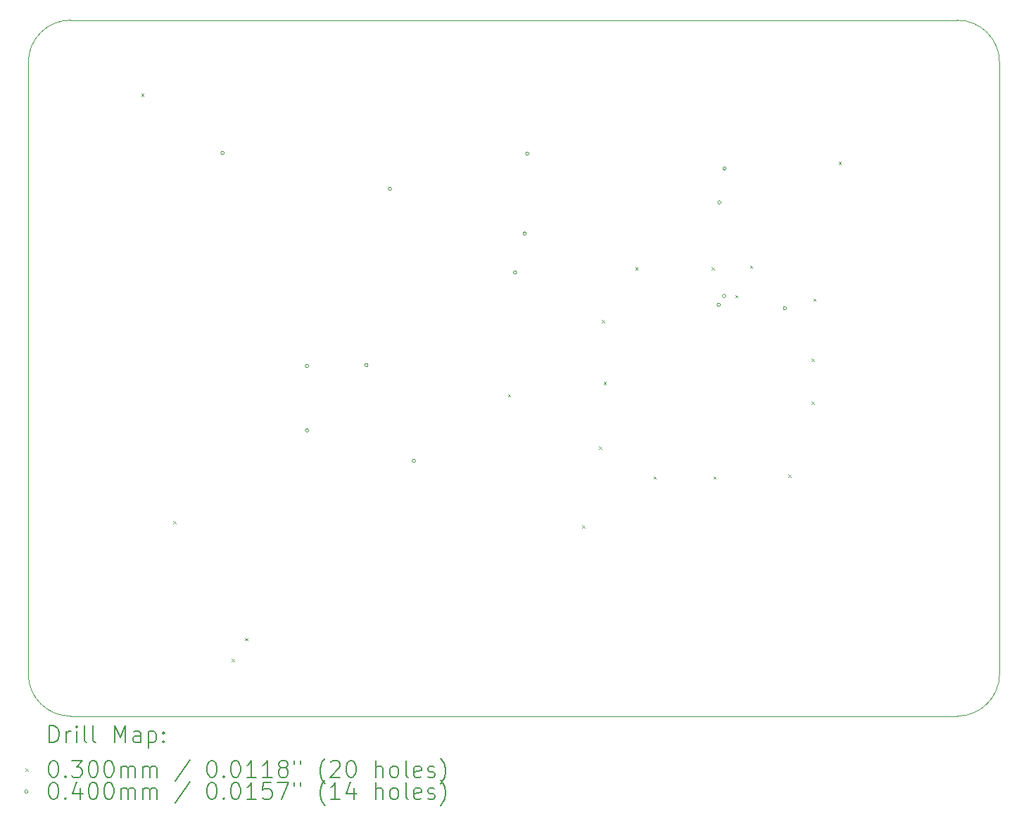
<source format=gbr>
%TF.GenerationSoftware,KiCad,Pcbnew,7.0.7*%
%TF.CreationDate,2024-06-01T18:58:20-04:00*%
%TF.ProjectId,Payload,5061796c-6f61-4642-9e6b-696361645f70,rev?*%
%TF.SameCoordinates,Original*%
%TF.FileFunction,Drillmap*%
%TF.FilePolarity,Positive*%
%FSLAX45Y45*%
G04 Gerber Fmt 4.5, Leading zero omitted, Abs format (unit mm)*
G04 Created by KiCad (PCBNEW 7.0.7) date 2024-06-01 18:58:20*
%MOMM*%
%LPD*%
G01*
G04 APERTURE LIST*
%ADD10C,0.100000*%
%ADD11C,0.200000*%
%ADD12C,0.030000*%
%ADD13C,0.040000*%
G04 APERTURE END LIST*
D10*
X6350000Y-3810000D02*
X17018000Y-3810000D01*
X5842000Y-11684000D02*
X5842000Y-4318000D01*
X17018000Y-12192000D02*
X6350000Y-12192000D01*
X17526000Y-4318000D02*
X17526000Y-11684000D01*
X6350000Y-3810000D02*
G75*
G03*
X5842000Y-4318000I0J-508000D01*
G01*
X5842000Y-11684000D02*
G75*
G03*
X6350000Y-12192000I508000J0D01*
G01*
X17018000Y-12192000D02*
G75*
G03*
X17526000Y-11684000I0J508000D01*
G01*
X17526000Y-4318000D02*
G75*
G03*
X17018000Y-3810000I-508000J0D01*
G01*
D11*
D12*
X7201140Y-4694160D02*
X7231140Y-4724160D01*
X7231140Y-4694160D02*
X7201140Y-4724160D01*
X7585000Y-9845000D02*
X7615000Y-9875000D01*
X7615000Y-9845000D02*
X7585000Y-9875000D01*
X8288260Y-11501360D02*
X8318260Y-11531360D01*
X8318260Y-11501360D02*
X8288260Y-11531360D01*
X8452090Y-11253710D02*
X8482090Y-11283710D01*
X8482090Y-11253710D02*
X8452090Y-11283710D01*
X11613120Y-8314295D02*
X11643120Y-8344295D01*
X11643120Y-8314295D02*
X11613120Y-8344295D01*
X12507200Y-9893540D02*
X12537200Y-9923540D01*
X12537200Y-9893540D02*
X12507200Y-9923540D01*
X12707860Y-8943580D02*
X12737860Y-8973580D01*
X12737860Y-8943580D02*
X12707860Y-8973580D01*
X12740880Y-7422120D02*
X12770880Y-7452120D01*
X12770880Y-7422120D02*
X12740880Y-7452120D01*
X12765000Y-8165000D02*
X12795000Y-8195000D01*
X12795000Y-8165000D02*
X12765000Y-8195000D01*
X13145000Y-6785000D02*
X13175000Y-6815000D01*
X13175000Y-6785000D02*
X13145000Y-6815000D01*
X13365000Y-9305000D02*
X13395000Y-9335000D01*
X13395000Y-9305000D02*
X13365000Y-9335000D01*
X14063550Y-6786450D02*
X14093550Y-6816450D01*
X14093550Y-6786450D02*
X14063550Y-6816450D01*
X14085000Y-9305000D02*
X14115000Y-9335000D01*
X14115000Y-9305000D02*
X14085000Y-9335000D01*
X14346160Y-7119860D02*
X14376160Y-7149860D01*
X14376160Y-7119860D02*
X14346160Y-7149860D01*
X14525000Y-6765000D02*
X14555000Y-6795000D01*
X14555000Y-6765000D02*
X14525000Y-6795000D01*
X14985000Y-9285000D02*
X15015000Y-9315000D01*
X15015000Y-9285000D02*
X14985000Y-9315000D01*
X15265000Y-7885000D02*
X15295000Y-7915000D01*
X15295000Y-7885000D02*
X15265000Y-7915000D01*
X15265000Y-8405000D02*
X15295000Y-8435000D01*
X15295000Y-8405000D02*
X15265000Y-8435000D01*
X15285000Y-7165000D02*
X15315000Y-7195000D01*
X15315000Y-7165000D02*
X15285000Y-7195000D01*
X15593300Y-5514580D02*
X15623300Y-5544580D01*
X15623300Y-5514580D02*
X15593300Y-5544580D01*
D13*
X8198800Y-5410200D02*
G75*
G03*
X8198800Y-5410200I-20000J0D01*
G01*
X9214800Y-7975600D02*
G75*
G03*
X9214800Y-7975600I-20000J0D01*
G01*
X9214800Y-8750300D02*
G75*
G03*
X9214800Y-8750300I-20000J0D01*
G01*
X9928540Y-7965440D02*
G75*
G03*
X9928540Y-7965440I-20000J0D01*
G01*
X10213020Y-5842000D02*
G75*
G03*
X10213020Y-5842000I-20000J0D01*
G01*
X10500040Y-9118600D02*
G75*
G03*
X10500040Y-9118600I-20000J0D01*
G01*
X11716700Y-6847840D02*
G75*
G03*
X11716700Y-6847840I-20000J0D01*
G01*
X11833540Y-6380480D02*
G75*
G03*
X11833540Y-6380480I-20000J0D01*
G01*
X11864020Y-5417820D02*
G75*
G03*
X11864020Y-5417820I-20000J0D01*
G01*
X14167800Y-7236460D02*
G75*
G03*
X14167800Y-7236460I-20000J0D01*
G01*
X14175420Y-6004560D02*
G75*
G03*
X14175420Y-6004560I-20000J0D01*
G01*
X14233840Y-7132320D02*
G75*
G03*
X14233840Y-7132320I-20000J0D01*
G01*
X14236380Y-5598160D02*
G75*
G03*
X14236380Y-5598160I-20000J0D01*
G01*
X14965360Y-7279640D02*
G75*
G03*
X14965360Y-7279640I-20000J0D01*
G01*
D11*
X6097777Y-12508484D02*
X6097777Y-12308484D01*
X6097777Y-12308484D02*
X6145396Y-12308484D01*
X6145396Y-12308484D02*
X6173967Y-12318008D01*
X6173967Y-12318008D02*
X6193015Y-12337055D01*
X6193015Y-12337055D02*
X6202539Y-12356103D01*
X6202539Y-12356103D02*
X6212062Y-12394198D01*
X6212062Y-12394198D02*
X6212062Y-12422769D01*
X6212062Y-12422769D02*
X6202539Y-12460865D01*
X6202539Y-12460865D02*
X6193015Y-12479912D01*
X6193015Y-12479912D02*
X6173967Y-12498960D01*
X6173967Y-12498960D02*
X6145396Y-12508484D01*
X6145396Y-12508484D02*
X6097777Y-12508484D01*
X6297777Y-12508484D02*
X6297777Y-12375150D01*
X6297777Y-12413246D02*
X6307301Y-12394198D01*
X6307301Y-12394198D02*
X6316824Y-12384674D01*
X6316824Y-12384674D02*
X6335872Y-12375150D01*
X6335872Y-12375150D02*
X6354920Y-12375150D01*
X6421586Y-12508484D02*
X6421586Y-12375150D01*
X6421586Y-12308484D02*
X6412062Y-12318008D01*
X6412062Y-12318008D02*
X6421586Y-12327531D01*
X6421586Y-12327531D02*
X6431110Y-12318008D01*
X6431110Y-12318008D02*
X6421586Y-12308484D01*
X6421586Y-12308484D02*
X6421586Y-12327531D01*
X6545396Y-12508484D02*
X6526348Y-12498960D01*
X6526348Y-12498960D02*
X6516824Y-12479912D01*
X6516824Y-12479912D02*
X6516824Y-12308484D01*
X6650158Y-12508484D02*
X6631110Y-12498960D01*
X6631110Y-12498960D02*
X6621586Y-12479912D01*
X6621586Y-12479912D02*
X6621586Y-12308484D01*
X6878729Y-12508484D02*
X6878729Y-12308484D01*
X6878729Y-12308484D02*
X6945396Y-12451341D01*
X6945396Y-12451341D02*
X7012062Y-12308484D01*
X7012062Y-12308484D02*
X7012062Y-12508484D01*
X7193015Y-12508484D02*
X7193015Y-12403722D01*
X7193015Y-12403722D02*
X7183491Y-12384674D01*
X7183491Y-12384674D02*
X7164443Y-12375150D01*
X7164443Y-12375150D02*
X7126348Y-12375150D01*
X7126348Y-12375150D02*
X7107301Y-12384674D01*
X7193015Y-12498960D02*
X7173967Y-12508484D01*
X7173967Y-12508484D02*
X7126348Y-12508484D01*
X7126348Y-12508484D02*
X7107301Y-12498960D01*
X7107301Y-12498960D02*
X7097777Y-12479912D01*
X7097777Y-12479912D02*
X7097777Y-12460865D01*
X7097777Y-12460865D02*
X7107301Y-12441817D01*
X7107301Y-12441817D02*
X7126348Y-12432293D01*
X7126348Y-12432293D02*
X7173967Y-12432293D01*
X7173967Y-12432293D02*
X7193015Y-12422769D01*
X7288253Y-12375150D02*
X7288253Y-12575150D01*
X7288253Y-12384674D02*
X7307301Y-12375150D01*
X7307301Y-12375150D02*
X7345396Y-12375150D01*
X7345396Y-12375150D02*
X7364443Y-12384674D01*
X7364443Y-12384674D02*
X7373967Y-12394198D01*
X7373967Y-12394198D02*
X7383491Y-12413246D01*
X7383491Y-12413246D02*
X7383491Y-12470388D01*
X7383491Y-12470388D02*
X7373967Y-12489436D01*
X7373967Y-12489436D02*
X7364443Y-12498960D01*
X7364443Y-12498960D02*
X7345396Y-12508484D01*
X7345396Y-12508484D02*
X7307301Y-12508484D01*
X7307301Y-12508484D02*
X7288253Y-12498960D01*
X7469205Y-12489436D02*
X7478729Y-12498960D01*
X7478729Y-12498960D02*
X7469205Y-12508484D01*
X7469205Y-12508484D02*
X7459682Y-12498960D01*
X7459682Y-12498960D02*
X7469205Y-12489436D01*
X7469205Y-12489436D02*
X7469205Y-12508484D01*
X7469205Y-12384674D02*
X7478729Y-12394198D01*
X7478729Y-12394198D02*
X7469205Y-12403722D01*
X7469205Y-12403722D02*
X7459682Y-12394198D01*
X7459682Y-12394198D02*
X7469205Y-12384674D01*
X7469205Y-12384674D02*
X7469205Y-12403722D01*
D12*
X5807000Y-12822000D02*
X5837000Y-12852000D01*
X5837000Y-12822000D02*
X5807000Y-12852000D01*
D11*
X6135872Y-12728484D02*
X6154920Y-12728484D01*
X6154920Y-12728484D02*
X6173967Y-12738008D01*
X6173967Y-12738008D02*
X6183491Y-12747531D01*
X6183491Y-12747531D02*
X6193015Y-12766579D01*
X6193015Y-12766579D02*
X6202539Y-12804674D01*
X6202539Y-12804674D02*
X6202539Y-12852293D01*
X6202539Y-12852293D02*
X6193015Y-12890388D01*
X6193015Y-12890388D02*
X6183491Y-12909436D01*
X6183491Y-12909436D02*
X6173967Y-12918960D01*
X6173967Y-12918960D02*
X6154920Y-12928484D01*
X6154920Y-12928484D02*
X6135872Y-12928484D01*
X6135872Y-12928484D02*
X6116824Y-12918960D01*
X6116824Y-12918960D02*
X6107301Y-12909436D01*
X6107301Y-12909436D02*
X6097777Y-12890388D01*
X6097777Y-12890388D02*
X6088253Y-12852293D01*
X6088253Y-12852293D02*
X6088253Y-12804674D01*
X6088253Y-12804674D02*
X6097777Y-12766579D01*
X6097777Y-12766579D02*
X6107301Y-12747531D01*
X6107301Y-12747531D02*
X6116824Y-12738008D01*
X6116824Y-12738008D02*
X6135872Y-12728484D01*
X6288253Y-12909436D02*
X6297777Y-12918960D01*
X6297777Y-12918960D02*
X6288253Y-12928484D01*
X6288253Y-12928484D02*
X6278729Y-12918960D01*
X6278729Y-12918960D02*
X6288253Y-12909436D01*
X6288253Y-12909436D02*
X6288253Y-12928484D01*
X6364443Y-12728484D02*
X6488253Y-12728484D01*
X6488253Y-12728484D02*
X6421586Y-12804674D01*
X6421586Y-12804674D02*
X6450158Y-12804674D01*
X6450158Y-12804674D02*
X6469205Y-12814198D01*
X6469205Y-12814198D02*
X6478729Y-12823722D01*
X6478729Y-12823722D02*
X6488253Y-12842769D01*
X6488253Y-12842769D02*
X6488253Y-12890388D01*
X6488253Y-12890388D02*
X6478729Y-12909436D01*
X6478729Y-12909436D02*
X6469205Y-12918960D01*
X6469205Y-12918960D02*
X6450158Y-12928484D01*
X6450158Y-12928484D02*
X6393015Y-12928484D01*
X6393015Y-12928484D02*
X6373967Y-12918960D01*
X6373967Y-12918960D02*
X6364443Y-12909436D01*
X6612062Y-12728484D02*
X6631110Y-12728484D01*
X6631110Y-12728484D02*
X6650158Y-12738008D01*
X6650158Y-12738008D02*
X6659682Y-12747531D01*
X6659682Y-12747531D02*
X6669205Y-12766579D01*
X6669205Y-12766579D02*
X6678729Y-12804674D01*
X6678729Y-12804674D02*
X6678729Y-12852293D01*
X6678729Y-12852293D02*
X6669205Y-12890388D01*
X6669205Y-12890388D02*
X6659682Y-12909436D01*
X6659682Y-12909436D02*
X6650158Y-12918960D01*
X6650158Y-12918960D02*
X6631110Y-12928484D01*
X6631110Y-12928484D02*
X6612062Y-12928484D01*
X6612062Y-12928484D02*
X6593015Y-12918960D01*
X6593015Y-12918960D02*
X6583491Y-12909436D01*
X6583491Y-12909436D02*
X6573967Y-12890388D01*
X6573967Y-12890388D02*
X6564443Y-12852293D01*
X6564443Y-12852293D02*
X6564443Y-12804674D01*
X6564443Y-12804674D02*
X6573967Y-12766579D01*
X6573967Y-12766579D02*
X6583491Y-12747531D01*
X6583491Y-12747531D02*
X6593015Y-12738008D01*
X6593015Y-12738008D02*
X6612062Y-12728484D01*
X6802539Y-12728484D02*
X6821586Y-12728484D01*
X6821586Y-12728484D02*
X6840634Y-12738008D01*
X6840634Y-12738008D02*
X6850158Y-12747531D01*
X6850158Y-12747531D02*
X6859682Y-12766579D01*
X6859682Y-12766579D02*
X6869205Y-12804674D01*
X6869205Y-12804674D02*
X6869205Y-12852293D01*
X6869205Y-12852293D02*
X6859682Y-12890388D01*
X6859682Y-12890388D02*
X6850158Y-12909436D01*
X6850158Y-12909436D02*
X6840634Y-12918960D01*
X6840634Y-12918960D02*
X6821586Y-12928484D01*
X6821586Y-12928484D02*
X6802539Y-12928484D01*
X6802539Y-12928484D02*
X6783491Y-12918960D01*
X6783491Y-12918960D02*
X6773967Y-12909436D01*
X6773967Y-12909436D02*
X6764443Y-12890388D01*
X6764443Y-12890388D02*
X6754920Y-12852293D01*
X6754920Y-12852293D02*
X6754920Y-12804674D01*
X6754920Y-12804674D02*
X6764443Y-12766579D01*
X6764443Y-12766579D02*
X6773967Y-12747531D01*
X6773967Y-12747531D02*
X6783491Y-12738008D01*
X6783491Y-12738008D02*
X6802539Y-12728484D01*
X6954920Y-12928484D02*
X6954920Y-12795150D01*
X6954920Y-12814198D02*
X6964443Y-12804674D01*
X6964443Y-12804674D02*
X6983491Y-12795150D01*
X6983491Y-12795150D02*
X7012063Y-12795150D01*
X7012063Y-12795150D02*
X7031110Y-12804674D01*
X7031110Y-12804674D02*
X7040634Y-12823722D01*
X7040634Y-12823722D02*
X7040634Y-12928484D01*
X7040634Y-12823722D02*
X7050158Y-12804674D01*
X7050158Y-12804674D02*
X7069205Y-12795150D01*
X7069205Y-12795150D02*
X7097777Y-12795150D01*
X7097777Y-12795150D02*
X7116824Y-12804674D01*
X7116824Y-12804674D02*
X7126348Y-12823722D01*
X7126348Y-12823722D02*
X7126348Y-12928484D01*
X7221586Y-12928484D02*
X7221586Y-12795150D01*
X7221586Y-12814198D02*
X7231110Y-12804674D01*
X7231110Y-12804674D02*
X7250158Y-12795150D01*
X7250158Y-12795150D02*
X7278729Y-12795150D01*
X7278729Y-12795150D02*
X7297777Y-12804674D01*
X7297777Y-12804674D02*
X7307301Y-12823722D01*
X7307301Y-12823722D02*
X7307301Y-12928484D01*
X7307301Y-12823722D02*
X7316824Y-12804674D01*
X7316824Y-12804674D02*
X7335872Y-12795150D01*
X7335872Y-12795150D02*
X7364443Y-12795150D01*
X7364443Y-12795150D02*
X7383491Y-12804674D01*
X7383491Y-12804674D02*
X7393015Y-12823722D01*
X7393015Y-12823722D02*
X7393015Y-12928484D01*
X7783491Y-12718960D02*
X7612063Y-12976103D01*
X8040634Y-12728484D02*
X8059682Y-12728484D01*
X8059682Y-12728484D02*
X8078729Y-12738008D01*
X8078729Y-12738008D02*
X8088253Y-12747531D01*
X8088253Y-12747531D02*
X8097777Y-12766579D01*
X8097777Y-12766579D02*
X8107301Y-12804674D01*
X8107301Y-12804674D02*
X8107301Y-12852293D01*
X8107301Y-12852293D02*
X8097777Y-12890388D01*
X8097777Y-12890388D02*
X8088253Y-12909436D01*
X8088253Y-12909436D02*
X8078729Y-12918960D01*
X8078729Y-12918960D02*
X8059682Y-12928484D01*
X8059682Y-12928484D02*
X8040634Y-12928484D01*
X8040634Y-12928484D02*
X8021586Y-12918960D01*
X8021586Y-12918960D02*
X8012063Y-12909436D01*
X8012063Y-12909436D02*
X8002539Y-12890388D01*
X8002539Y-12890388D02*
X7993015Y-12852293D01*
X7993015Y-12852293D02*
X7993015Y-12804674D01*
X7993015Y-12804674D02*
X8002539Y-12766579D01*
X8002539Y-12766579D02*
X8012063Y-12747531D01*
X8012063Y-12747531D02*
X8021586Y-12738008D01*
X8021586Y-12738008D02*
X8040634Y-12728484D01*
X8193015Y-12909436D02*
X8202539Y-12918960D01*
X8202539Y-12918960D02*
X8193015Y-12928484D01*
X8193015Y-12928484D02*
X8183491Y-12918960D01*
X8183491Y-12918960D02*
X8193015Y-12909436D01*
X8193015Y-12909436D02*
X8193015Y-12928484D01*
X8326348Y-12728484D02*
X8345396Y-12728484D01*
X8345396Y-12728484D02*
X8364444Y-12738008D01*
X8364444Y-12738008D02*
X8373967Y-12747531D01*
X8373967Y-12747531D02*
X8383491Y-12766579D01*
X8383491Y-12766579D02*
X8393015Y-12804674D01*
X8393015Y-12804674D02*
X8393015Y-12852293D01*
X8393015Y-12852293D02*
X8383491Y-12890388D01*
X8383491Y-12890388D02*
X8373967Y-12909436D01*
X8373967Y-12909436D02*
X8364444Y-12918960D01*
X8364444Y-12918960D02*
X8345396Y-12928484D01*
X8345396Y-12928484D02*
X8326348Y-12928484D01*
X8326348Y-12928484D02*
X8307301Y-12918960D01*
X8307301Y-12918960D02*
X8297777Y-12909436D01*
X8297777Y-12909436D02*
X8288253Y-12890388D01*
X8288253Y-12890388D02*
X8278729Y-12852293D01*
X8278729Y-12852293D02*
X8278729Y-12804674D01*
X8278729Y-12804674D02*
X8288253Y-12766579D01*
X8288253Y-12766579D02*
X8297777Y-12747531D01*
X8297777Y-12747531D02*
X8307301Y-12738008D01*
X8307301Y-12738008D02*
X8326348Y-12728484D01*
X8583491Y-12928484D02*
X8469206Y-12928484D01*
X8526348Y-12928484D02*
X8526348Y-12728484D01*
X8526348Y-12728484D02*
X8507301Y-12757055D01*
X8507301Y-12757055D02*
X8488253Y-12776103D01*
X8488253Y-12776103D02*
X8469206Y-12785627D01*
X8773968Y-12928484D02*
X8659682Y-12928484D01*
X8716825Y-12928484D02*
X8716825Y-12728484D01*
X8716825Y-12728484D02*
X8697777Y-12757055D01*
X8697777Y-12757055D02*
X8678729Y-12776103D01*
X8678729Y-12776103D02*
X8659682Y-12785627D01*
X8888253Y-12814198D02*
X8869206Y-12804674D01*
X8869206Y-12804674D02*
X8859682Y-12795150D01*
X8859682Y-12795150D02*
X8850158Y-12776103D01*
X8850158Y-12776103D02*
X8850158Y-12766579D01*
X8850158Y-12766579D02*
X8859682Y-12747531D01*
X8859682Y-12747531D02*
X8869206Y-12738008D01*
X8869206Y-12738008D02*
X8888253Y-12728484D01*
X8888253Y-12728484D02*
X8926349Y-12728484D01*
X8926349Y-12728484D02*
X8945396Y-12738008D01*
X8945396Y-12738008D02*
X8954920Y-12747531D01*
X8954920Y-12747531D02*
X8964444Y-12766579D01*
X8964444Y-12766579D02*
X8964444Y-12776103D01*
X8964444Y-12776103D02*
X8954920Y-12795150D01*
X8954920Y-12795150D02*
X8945396Y-12804674D01*
X8945396Y-12804674D02*
X8926349Y-12814198D01*
X8926349Y-12814198D02*
X8888253Y-12814198D01*
X8888253Y-12814198D02*
X8869206Y-12823722D01*
X8869206Y-12823722D02*
X8859682Y-12833246D01*
X8859682Y-12833246D02*
X8850158Y-12852293D01*
X8850158Y-12852293D02*
X8850158Y-12890388D01*
X8850158Y-12890388D02*
X8859682Y-12909436D01*
X8859682Y-12909436D02*
X8869206Y-12918960D01*
X8869206Y-12918960D02*
X8888253Y-12928484D01*
X8888253Y-12928484D02*
X8926349Y-12928484D01*
X8926349Y-12928484D02*
X8945396Y-12918960D01*
X8945396Y-12918960D02*
X8954920Y-12909436D01*
X8954920Y-12909436D02*
X8964444Y-12890388D01*
X8964444Y-12890388D02*
X8964444Y-12852293D01*
X8964444Y-12852293D02*
X8954920Y-12833246D01*
X8954920Y-12833246D02*
X8945396Y-12823722D01*
X8945396Y-12823722D02*
X8926349Y-12814198D01*
X9040634Y-12728484D02*
X9040634Y-12766579D01*
X9116825Y-12728484D02*
X9116825Y-12766579D01*
X9412063Y-13004674D02*
X9402539Y-12995150D01*
X9402539Y-12995150D02*
X9383491Y-12966579D01*
X9383491Y-12966579D02*
X9373968Y-12947531D01*
X9373968Y-12947531D02*
X9364444Y-12918960D01*
X9364444Y-12918960D02*
X9354920Y-12871341D01*
X9354920Y-12871341D02*
X9354920Y-12833246D01*
X9354920Y-12833246D02*
X9364444Y-12785627D01*
X9364444Y-12785627D02*
X9373968Y-12757055D01*
X9373968Y-12757055D02*
X9383491Y-12738008D01*
X9383491Y-12738008D02*
X9402539Y-12709436D01*
X9402539Y-12709436D02*
X9412063Y-12699912D01*
X9478730Y-12747531D02*
X9488253Y-12738008D01*
X9488253Y-12738008D02*
X9507301Y-12728484D01*
X9507301Y-12728484D02*
X9554920Y-12728484D01*
X9554920Y-12728484D02*
X9573968Y-12738008D01*
X9573968Y-12738008D02*
X9583491Y-12747531D01*
X9583491Y-12747531D02*
X9593015Y-12766579D01*
X9593015Y-12766579D02*
X9593015Y-12785627D01*
X9593015Y-12785627D02*
X9583491Y-12814198D01*
X9583491Y-12814198D02*
X9469206Y-12928484D01*
X9469206Y-12928484D02*
X9593015Y-12928484D01*
X9716825Y-12728484D02*
X9735872Y-12728484D01*
X9735872Y-12728484D02*
X9754920Y-12738008D01*
X9754920Y-12738008D02*
X9764444Y-12747531D01*
X9764444Y-12747531D02*
X9773968Y-12766579D01*
X9773968Y-12766579D02*
X9783491Y-12804674D01*
X9783491Y-12804674D02*
X9783491Y-12852293D01*
X9783491Y-12852293D02*
X9773968Y-12890388D01*
X9773968Y-12890388D02*
X9764444Y-12909436D01*
X9764444Y-12909436D02*
X9754920Y-12918960D01*
X9754920Y-12918960D02*
X9735872Y-12928484D01*
X9735872Y-12928484D02*
X9716825Y-12928484D01*
X9716825Y-12928484D02*
X9697777Y-12918960D01*
X9697777Y-12918960D02*
X9688253Y-12909436D01*
X9688253Y-12909436D02*
X9678730Y-12890388D01*
X9678730Y-12890388D02*
X9669206Y-12852293D01*
X9669206Y-12852293D02*
X9669206Y-12804674D01*
X9669206Y-12804674D02*
X9678730Y-12766579D01*
X9678730Y-12766579D02*
X9688253Y-12747531D01*
X9688253Y-12747531D02*
X9697777Y-12738008D01*
X9697777Y-12738008D02*
X9716825Y-12728484D01*
X10021587Y-12928484D02*
X10021587Y-12728484D01*
X10107301Y-12928484D02*
X10107301Y-12823722D01*
X10107301Y-12823722D02*
X10097777Y-12804674D01*
X10097777Y-12804674D02*
X10078730Y-12795150D01*
X10078730Y-12795150D02*
X10050158Y-12795150D01*
X10050158Y-12795150D02*
X10031111Y-12804674D01*
X10031111Y-12804674D02*
X10021587Y-12814198D01*
X10231111Y-12928484D02*
X10212063Y-12918960D01*
X10212063Y-12918960D02*
X10202539Y-12909436D01*
X10202539Y-12909436D02*
X10193015Y-12890388D01*
X10193015Y-12890388D02*
X10193015Y-12833246D01*
X10193015Y-12833246D02*
X10202539Y-12814198D01*
X10202539Y-12814198D02*
X10212063Y-12804674D01*
X10212063Y-12804674D02*
X10231111Y-12795150D01*
X10231111Y-12795150D02*
X10259682Y-12795150D01*
X10259682Y-12795150D02*
X10278730Y-12804674D01*
X10278730Y-12804674D02*
X10288253Y-12814198D01*
X10288253Y-12814198D02*
X10297777Y-12833246D01*
X10297777Y-12833246D02*
X10297777Y-12890388D01*
X10297777Y-12890388D02*
X10288253Y-12909436D01*
X10288253Y-12909436D02*
X10278730Y-12918960D01*
X10278730Y-12918960D02*
X10259682Y-12928484D01*
X10259682Y-12928484D02*
X10231111Y-12928484D01*
X10412063Y-12928484D02*
X10393015Y-12918960D01*
X10393015Y-12918960D02*
X10383492Y-12899912D01*
X10383492Y-12899912D02*
X10383492Y-12728484D01*
X10564444Y-12918960D02*
X10545396Y-12928484D01*
X10545396Y-12928484D02*
X10507301Y-12928484D01*
X10507301Y-12928484D02*
X10488253Y-12918960D01*
X10488253Y-12918960D02*
X10478730Y-12899912D01*
X10478730Y-12899912D02*
X10478730Y-12823722D01*
X10478730Y-12823722D02*
X10488253Y-12804674D01*
X10488253Y-12804674D02*
X10507301Y-12795150D01*
X10507301Y-12795150D02*
X10545396Y-12795150D01*
X10545396Y-12795150D02*
X10564444Y-12804674D01*
X10564444Y-12804674D02*
X10573968Y-12823722D01*
X10573968Y-12823722D02*
X10573968Y-12842769D01*
X10573968Y-12842769D02*
X10478730Y-12861817D01*
X10650158Y-12918960D02*
X10669206Y-12928484D01*
X10669206Y-12928484D02*
X10707301Y-12928484D01*
X10707301Y-12928484D02*
X10726349Y-12918960D01*
X10726349Y-12918960D02*
X10735873Y-12899912D01*
X10735873Y-12899912D02*
X10735873Y-12890388D01*
X10735873Y-12890388D02*
X10726349Y-12871341D01*
X10726349Y-12871341D02*
X10707301Y-12861817D01*
X10707301Y-12861817D02*
X10678730Y-12861817D01*
X10678730Y-12861817D02*
X10659682Y-12852293D01*
X10659682Y-12852293D02*
X10650158Y-12833246D01*
X10650158Y-12833246D02*
X10650158Y-12823722D01*
X10650158Y-12823722D02*
X10659682Y-12804674D01*
X10659682Y-12804674D02*
X10678730Y-12795150D01*
X10678730Y-12795150D02*
X10707301Y-12795150D01*
X10707301Y-12795150D02*
X10726349Y-12804674D01*
X10802539Y-13004674D02*
X10812063Y-12995150D01*
X10812063Y-12995150D02*
X10831111Y-12966579D01*
X10831111Y-12966579D02*
X10840634Y-12947531D01*
X10840634Y-12947531D02*
X10850158Y-12918960D01*
X10850158Y-12918960D02*
X10859682Y-12871341D01*
X10859682Y-12871341D02*
X10859682Y-12833246D01*
X10859682Y-12833246D02*
X10850158Y-12785627D01*
X10850158Y-12785627D02*
X10840634Y-12757055D01*
X10840634Y-12757055D02*
X10831111Y-12738008D01*
X10831111Y-12738008D02*
X10812063Y-12709436D01*
X10812063Y-12709436D02*
X10802539Y-12699912D01*
D13*
X5837000Y-13101000D02*
G75*
G03*
X5837000Y-13101000I-20000J0D01*
G01*
D11*
X6135872Y-12992484D02*
X6154920Y-12992484D01*
X6154920Y-12992484D02*
X6173967Y-13002008D01*
X6173967Y-13002008D02*
X6183491Y-13011531D01*
X6183491Y-13011531D02*
X6193015Y-13030579D01*
X6193015Y-13030579D02*
X6202539Y-13068674D01*
X6202539Y-13068674D02*
X6202539Y-13116293D01*
X6202539Y-13116293D02*
X6193015Y-13154388D01*
X6193015Y-13154388D02*
X6183491Y-13173436D01*
X6183491Y-13173436D02*
X6173967Y-13182960D01*
X6173967Y-13182960D02*
X6154920Y-13192484D01*
X6154920Y-13192484D02*
X6135872Y-13192484D01*
X6135872Y-13192484D02*
X6116824Y-13182960D01*
X6116824Y-13182960D02*
X6107301Y-13173436D01*
X6107301Y-13173436D02*
X6097777Y-13154388D01*
X6097777Y-13154388D02*
X6088253Y-13116293D01*
X6088253Y-13116293D02*
X6088253Y-13068674D01*
X6088253Y-13068674D02*
X6097777Y-13030579D01*
X6097777Y-13030579D02*
X6107301Y-13011531D01*
X6107301Y-13011531D02*
X6116824Y-13002008D01*
X6116824Y-13002008D02*
X6135872Y-12992484D01*
X6288253Y-13173436D02*
X6297777Y-13182960D01*
X6297777Y-13182960D02*
X6288253Y-13192484D01*
X6288253Y-13192484D02*
X6278729Y-13182960D01*
X6278729Y-13182960D02*
X6288253Y-13173436D01*
X6288253Y-13173436D02*
X6288253Y-13192484D01*
X6469205Y-13059150D02*
X6469205Y-13192484D01*
X6421586Y-12982960D02*
X6373967Y-13125817D01*
X6373967Y-13125817D02*
X6497777Y-13125817D01*
X6612062Y-12992484D02*
X6631110Y-12992484D01*
X6631110Y-12992484D02*
X6650158Y-13002008D01*
X6650158Y-13002008D02*
X6659682Y-13011531D01*
X6659682Y-13011531D02*
X6669205Y-13030579D01*
X6669205Y-13030579D02*
X6678729Y-13068674D01*
X6678729Y-13068674D02*
X6678729Y-13116293D01*
X6678729Y-13116293D02*
X6669205Y-13154388D01*
X6669205Y-13154388D02*
X6659682Y-13173436D01*
X6659682Y-13173436D02*
X6650158Y-13182960D01*
X6650158Y-13182960D02*
X6631110Y-13192484D01*
X6631110Y-13192484D02*
X6612062Y-13192484D01*
X6612062Y-13192484D02*
X6593015Y-13182960D01*
X6593015Y-13182960D02*
X6583491Y-13173436D01*
X6583491Y-13173436D02*
X6573967Y-13154388D01*
X6573967Y-13154388D02*
X6564443Y-13116293D01*
X6564443Y-13116293D02*
X6564443Y-13068674D01*
X6564443Y-13068674D02*
X6573967Y-13030579D01*
X6573967Y-13030579D02*
X6583491Y-13011531D01*
X6583491Y-13011531D02*
X6593015Y-13002008D01*
X6593015Y-13002008D02*
X6612062Y-12992484D01*
X6802539Y-12992484D02*
X6821586Y-12992484D01*
X6821586Y-12992484D02*
X6840634Y-13002008D01*
X6840634Y-13002008D02*
X6850158Y-13011531D01*
X6850158Y-13011531D02*
X6859682Y-13030579D01*
X6859682Y-13030579D02*
X6869205Y-13068674D01*
X6869205Y-13068674D02*
X6869205Y-13116293D01*
X6869205Y-13116293D02*
X6859682Y-13154388D01*
X6859682Y-13154388D02*
X6850158Y-13173436D01*
X6850158Y-13173436D02*
X6840634Y-13182960D01*
X6840634Y-13182960D02*
X6821586Y-13192484D01*
X6821586Y-13192484D02*
X6802539Y-13192484D01*
X6802539Y-13192484D02*
X6783491Y-13182960D01*
X6783491Y-13182960D02*
X6773967Y-13173436D01*
X6773967Y-13173436D02*
X6764443Y-13154388D01*
X6764443Y-13154388D02*
X6754920Y-13116293D01*
X6754920Y-13116293D02*
X6754920Y-13068674D01*
X6754920Y-13068674D02*
X6764443Y-13030579D01*
X6764443Y-13030579D02*
X6773967Y-13011531D01*
X6773967Y-13011531D02*
X6783491Y-13002008D01*
X6783491Y-13002008D02*
X6802539Y-12992484D01*
X6954920Y-13192484D02*
X6954920Y-13059150D01*
X6954920Y-13078198D02*
X6964443Y-13068674D01*
X6964443Y-13068674D02*
X6983491Y-13059150D01*
X6983491Y-13059150D02*
X7012063Y-13059150D01*
X7012063Y-13059150D02*
X7031110Y-13068674D01*
X7031110Y-13068674D02*
X7040634Y-13087722D01*
X7040634Y-13087722D02*
X7040634Y-13192484D01*
X7040634Y-13087722D02*
X7050158Y-13068674D01*
X7050158Y-13068674D02*
X7069205Y-13059150D01*
X7069205Y-13059150D02*
X7097777Y-13059150D01*
X7097777Y-13059150D02*
X7116824Y-13068674D01*
X7116824Y-13068674D02*
X7126348Y-13087722D01*
X7126348Y-13087722D02*
X7126348Y-13192484D01*
X7221586Y-13192484D02*
X7221586Y-13059150D01*
X7221586Y-13078198D02*
X7231110Y-13068674D01*
X7231110Y-13068674D02*
X7250158Y-13059150D01*
X7250158Y-13059150D02*
X7278729Y-13059150D01*
X7278729Y-13059150D02*
X7297777Y-13068674D01*
X7297777Y-13068674D02*
X7307301Y-13087722D01*
X7307301Y-13087722D02*
X7307301Y-13192484D01*
X7307301Y-13087722D02*
X7316824Y-13068674D01*
X7316824Y-13068674D02*
X7335872Y-13059150D01*
X7335872Y-13059150D02*
X7364443Y-13059150D01*
X7364443Y-13059150D02*
X7383491Y-13068674D01*
X7383491Y-13068674D02*
X7393015Y-13087722D01*
X7393015Y-13087722D02*
X7393015Y-13192484D01*
X7783491Y-12982960D02*
X7612063Y-13240103D01*
X8040634Y-12992484D02*
X8059682Y-12992484D01*
X8059682Y-12992484D02*
X8078729Y-13002008D01*
X8078729Y-13002008D02*
X8088253Y-13011531D01*
X8088253Y-13011531D02*
X8097777Y-13030579D01*
X8097777Y-13030579D02*
X8107301Y-13068674D01*
X8107301Y-13068674D02*
X8107301Y-13116293D01*
X8107301Y-13116293D02*
X8097777Y-13154388D01*
X8097777Y-13154388D02*
X8088253Y-13173436D01*
X8088253Y-13173436D02*
X8078729Y-13182960D01*
X8078729Y-13182960D02*
X8059682Y-13192484D01*
X8059682Y-13192484D02*
X8040634Y-13192484D01*
X8040634Y-13192484D02*
X8021586Y-13182960D01*
X8021586Y-13182960D02*
X8012063Y-13173436D01*
X8012063Y-13173436D02*
X8002539Y-13154388D01*
X8002539Y-13154388D02*
X7993015Y-13116293D01*
X7993015Y-13116293D02*
X7993015Y-13068674D01*
X7993015Y-13068674D02*
X8002539Y-13030579D01*
X8002539Y-13030579D02*
X8012063Y-13011531D01*
X8012063Y-13011531D02*
X8021586Y-13002008D01*
X8021586Y-13002008D02*
X8040634Y-12992484D01*
X8193015Y-13173436D02*
X8202539Y-13182960D01*
X8202539Y-13182960D02*
X8193015Y-13192484D01*
X8193015Y-13192484D02*
X8183491Y-13182960D01*
X8183491Y-13182960D02*
X8193015Y-13173436D01*
X8193015Y-13173436D02*
X8193015Y-13192484D01*
X8326348Y-12992484D02*
X8345396Y-12992484D01*
X8345396Y-12992484D02*
X8364444Y-13002008D01*
X8364444Y-13002008D02*
X8373967Y-13011531D01*
X8373967Y-13011531D02*
X8383491Y-13030579D01*
X8383491Y-13030579D02*
X8393015Y-13068674D01*
X8393015Y-13068674D02*
X8393015Y-13116293D01*
X8393015Y-13116293D02*
X8383491Y-13154388D01*
X8383491Y-13154388D02*
X8373967Y-13173436D01*
X8373967Y-13173436D02*
X8364444Y-13182960D01*
X8364444Y-13182960D02*
X8345396Y-13192484D01*
X8345396Y-13192484D02*
X8326348Y-13192484D01*
X8326348Y-13192484D02*
X8307301Y-13182960D01*
X8307301Y-13182960D02*
X8297777Y-13173436D01*
X8297777Y-13173436D02*
X8288253Y-13154388D01*
X8288253Y-13154388D02*
X8278729Y-13116293D01*
X8278729Y-13116293D02*
X8278729Y-13068674D01*
X8278729Y-13068674D02*
X8288253Y-13030579D01*
X8288253Y-13030579D02*
X8297777Y-13011531D01*
X8297777Y-13011531D02*
X8307301Y-13002008D01*
X8307301Y-13002008D02*
X8326348Y-12992484D01*
X8583491Y-13192484D02*
X8469206Y-13192484D01*
X8526348Y-13192484D02*
X8526348Y-12992484D01*
X8526348Y-12992484D02*
X8507301Y-13021055D01*
X8507301Y-13021055D02*
X8488253Y-13040103D01*
X8488253Y-13040103D02*
X8469206Y-13049627D01*
X8764444Y-12992484D02*
X8669206Y-12992484D01*
X8669206Y-12992484D02*
X8659682Y-13087722D01*
X8659682Y-13087722D02*
X8669206Y-13078198D01*
X8669206Y-13078198D02*
X8688253Y-13068674D01*
X8688253Y-13068674D02*
X8735872Y-13068674D01*
X8735872Y-13068674D02*
X8754920Y-13078198D01*
X8754920Y-13078198D02*
X8764444Y-13087722D01*
X8764444Y-13087722D02*
X8773968Y-13106769D01*
X8773968Y-13106769D02*
X8773968Y-13154388D01*
X8773968Y-13154388D02*
X8764444Y-13173436D01*
X8764444Y-13173436D02*
X8754920Y-13182960D01*
X8754920Y-13182960D02*
X8735872Y-13192484D01*
X8735872Y-13192484D02*
X8688253Y-13192484D01*
X8688253Y-13192484D02*
X8669206Y-13182960D01*
X8669206Y-13182960D02*
X8659682Y-13173436D01*
X8840634Y-12992484D02*
X8973968Y-12992484D01*
X8973968Y-12992484D02*
X8888253Y-13192484D01*
X9040634Y-12992484D02*
X9040634Y-13030579D01*
X9116825Y-12992484D02*
X9116825Y-13030579D01*
X9412063Y-13268674D02*
X9402539Y-13259150D01*
X9402539Y-13259150D02*
X9383491Y-13230579D01*
X9383491Y-13230579D02*
X9373968Y-13211531D01*
X9373968Y-13211531D02*
X9364444Y-13182960D01*
X9364444Y-13182960D02*
X9354920Y-13135341D01*
X9354920Y-13135341D02*
X9354920Y-13097246D01*
X9354920Y-13097246D02*
X9364444Y-13049627D01*
X9364444Y-13049627D02*
X9373968Y-13021055D01*
X9373968Y-13021055D02*
X9383491Y-13002008D01*
X9383491Y-13002008D02*
X9402539Y-12973436D01*
X9402539Y-12973436D02*
X9412063Y-12963912D01*
X9593015Y-13192484D02*
X9478730Y-13192484D01*
X9535872Y-13192484D02*
X9535872Y-12992484D01*
X9535872Y-12992484D02*
X9516825Y-13021055D01*
X9516825Y-13021055D02*
X9497777Y-13040103D01*
X9497777Y-13040103D02*
X9478730Y-13049627D01*
X9764444Y-13059150D02*
X9764444Y-13192484D01*
X9716825Y-12982960D02*
X9669206Y-13125817D01*
X9669206Y-13125817D02*
X9793015Y-13125817D01*
X10021587Y-13192484D02*
X10021587Y-12992484D01*
X10107301Y-13192484D02*
X10107301Y-13087722D01*
X10107301Y-13087722D02*
X10097777Y-13068674D01*
X10097777Y-13068674D02*
X10078730Y-13059150D01*
X10078730Y-13059150D02*
X10050158Y-13059150D01*
X10050158Y-13059150D02*
X10031111Y-13068674D01*
X10031111Y-13068674D02*
X10021587Y-13078198D01*
X10231111Y-13192484D02*
X10212063Y-13182960D01*
X10212063Y-13182960D02*
X10202539Y-13173436D01*
X10202539Y-13173436D02*
X10193015Y-13154388D01*
X10193015Y-13154388D02*
X10193015Y-13097246D01*
X10193015Y-13097246D02*
X10202539Y-13078198D01*
X10202539Y-13078198D02*
X10212063Y-13068674D01*
X10212063Y-13068674D02*
X10231111Y-13059150D01*
X10231111Y-13059150D02*
X10259682Y-13059150D01*
X10259682Y-13059150D02*
X10278730Y-13068674D01*
X10278730Y-13068674D02*
X10288253Y-13078198D01*
X10288253Y-13078198D02*
X10297777Y-13097246D01*
X10297777Y-13097246D02*
X10297777Y-13154388D01*
X10297777Y-13154388D02*
X10288253Y-13173436D01*
X10288253Y-13173436D02*
X10278730Y-13182960D01*
X10278730Y-13182960D02*
X10259682Y-13192484D01*
X10259682Y-13192484D02*
X10231111Y-13192484D01*
X10412063Y-13192484D02*
X10393015Y-13182960D01*
X10393015Y-13182960D02*
X10383492Y-13163912D01*
X10383492Y-13163912D02*
X10383492Y-12992484D01*
X10564444Y-13182960D02*
X10545396Y-13192484D01*
X10545396Y-13192484D02*
X10507301Y-13192484D01*
X10507301Y-13192484D02*
X10488253Y-13182960D01*
X10488253Y-13182960D02*
X10478730Y-13163912D01*
X10478730Y-13163912D02*
X10478730Y-13087722D01*
X10478730Y-13087722D02*
X10488253Y-13068674D01*
X10488253Y-13068674D02*
X10507301Y-13059150D01*
X10507301Y-13059150D02*
X10545396Y-13059150D01*
X10545396Y-13059150D02*
X10564444Y-13068674D01*
X10564444Y-13068674D02*
X10573968Y-13087722D01*
X10573968Y-13087722D02*
X10573968Y-13106769D01*
X10573968Y-13106769D02*
X10478730Y-13125817D01*
X10650158Y-13182960D02*
X10669206Y-13192484D01*
X10669206Y-13192484D02*
X10707301Y-13192484D01*
X10707301Y-13192484D02*
X10726349Y-13182960D01*
X10726349Y-13182960D02*
X10735873Y-13163912D01*
X10735873Y-13163912D02*
X10735873Y-13154388D01*
X10735873Y-13154388D02*
X10726349Y-13135341D01*
X10726349Y-13135341D02*
X10707301Y-13125817D01*
X10707301Y-13125817D02*
X10678730Y-13125817D01*
X10678730Y-13125817D02*
X10659682Y-13116293D01*
X10659682Y-13116293D02*
X10650158Y-13097246D01*
X10650158Y-13097246D02*
X10650158Y-13087722D01*
X10650158Y-13087722D02*
X10659682Y-13068674D01*
X10659682Y-13068674D02*
X10678730Y-13059150D01*
X10678730Y-13059150D02*
X10707301Y-13059150D01*
X10707301Y-13059150D02*
X10726349Y-13068674D01*
X10802539Y-13268674D02*
X10812063Y-13259150D01*
X10812063Y-13259150D02*
X10831111Y-13230579D01*
X10831111Y-13230579D02*
X10840634Y-13211531D01*
X10840634Y-13211531D02*
X10850158Y-13182960D01*
X10850158Y-13182960D02*
X10859682Y-13135341D01*
X10859682Y-13135341D02*
X10859682Y-13097246D01*
X10859682Y-13097246D02*
X10850158Y-13049627D01*
X10850158Y-13049627D02*
X10840634Y-13021055D01*
X10840634Y-13021055D02*
X10831111Y-13002008D01*
X10831111Y-13002008D02*
X10812063Y-12973436D01*
X10812063Y-12973436D02*
X10802539Y-12963912D01*
M02*

</source>
